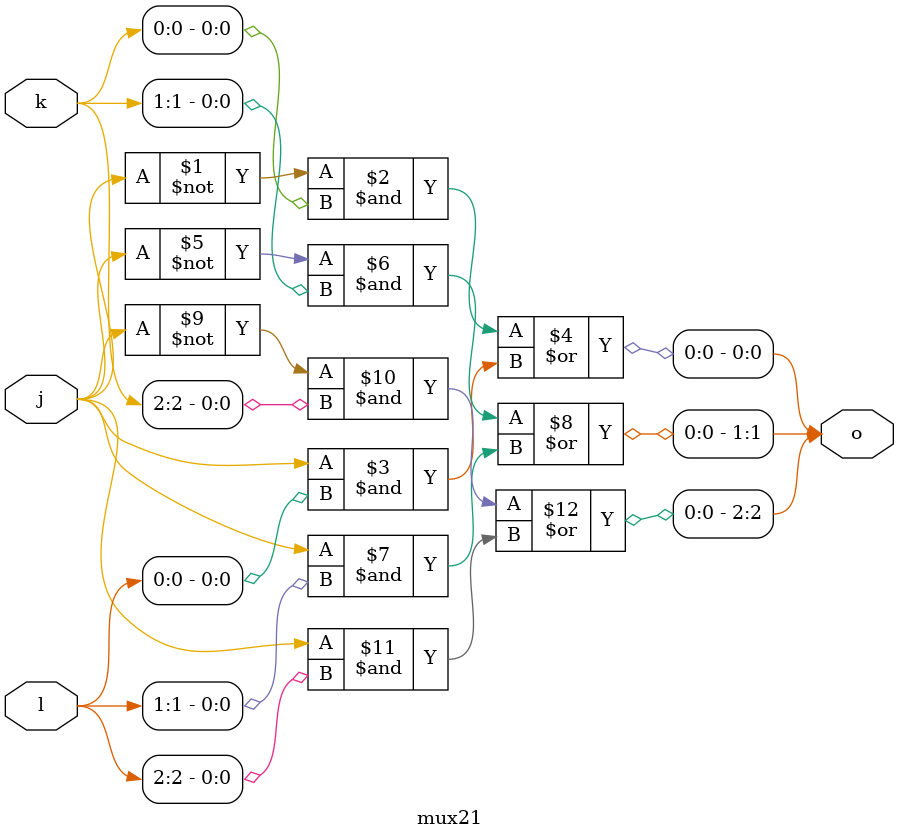
<source format=v>
module part3(LEDR,LEDG,SW);
input [17:0]SW;
output [17:0]LEDR;
output [2:0]LEDG;
wire [2:0]S,U,V,W,X,Y,M0,M1,M2,M3;
assign S[2:0]=SW[17:15];
assign U[2:0]=SW[14:12];
assign V[2:0]=SW[11:9];
assign W[2:0]=SW[8:6];
assign X[2:0]=SW[5:3];
assign Y[2:0]=SW[2:0];
assign LEDR=SW;
assign LEDG=M3;
mux21 m1(S[0],U,V,M0);
mux21 m2(S[0],W,X,M1);
mux21 m3(S[1],M0,M1,M2);
mux21 m4(S[2],M2,Y,M3);
endmodule 

module mux21(j,k,l,o);
input[2:0] k;
input[2:0] l;
input j;
output [2:0]o;
assign o[0]=(~j&k[0])|(j&l[0]);
assign o[1]=(~j&k[1])|(j&l[1]);
assign o[2]=(~j&k[2])|(j&l[2]);
endmodule 
</source>
